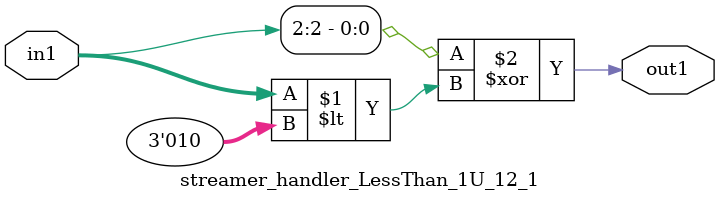
<source format=v>

`timescale 1ps / 1ps


module streamer_handler_LessThan_1U_12_1( in1, out1 );

    input [2:0] in1;
    output out1;

    
    // rtl_process:qkv_macro_handler_hub_LessThan_1U_68_1/qkv_macro_handler_hub_LessThan_1U_68_1_thread_1
    assign out1 = (in1[2] ^ in1 < 3'd2);

endmodule





</source>
